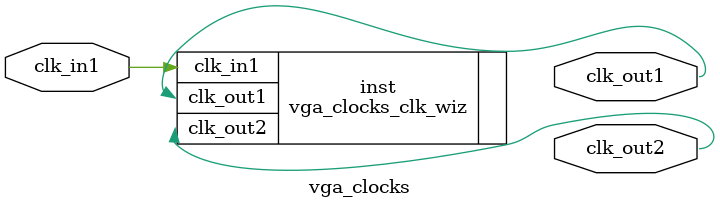
<source format=v>


`timescale 1ps/1ps

(* CORE_GENERATION_INFO = "vga_clocks,clk_wiz_v6_0_12_0_0,{component_name=vga_clocks,use_phase_alignment=true,use_min_o_jitter=false,use_max_i_jitter=false,use_dyn_phase_shift=false,use_inclk_switchover=false,use_dyn_reconfig=false,enable_axi=0,feedback_source=FDBK_AUTO,PRIMITIVE=MMCM,num_out_clk=2,clkin1_period=10.000,clkin2_period=10.000,use_power_down=false,use_reset=false,use_locked=false,use_inclk_stopped=false,feedback_type=SINGLE,CLOCK_MGR_TYPE=NA,manual_override=false}" *)

module vga_clocks 
 (
  // Clock out ports
  output        clk_out1,
  output        clk_out2,
 // Clock in ports
  input         clk_in1
 );

  vga_clocks_clk_wiz inst
  (
  // Clock out ports  
  .clk_out1(clk_out1),
  .clk_out2(clk_out2),
 // Clock in ports
  .clk_in1(clk_in1)
  );

endmodule

</source>
